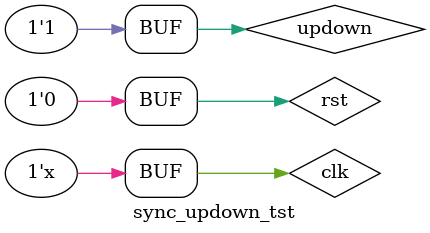
<source format=v>
`timescale 1ns / 1ps


module sync_updown_tst;

	// Inputs
	reg clk;
	reg rst;
	reg updown;

	// Outputs
	wire [2:0] q;

	// Instantiate the Unit Under Test (UUT)
	sync_updown uut (
		.clk(clk), 
		.rst(rst), 
		.updown(updown), 
		.q(q)
	);

	initial begin
		// Initialize Inputs
		clk = 0;
		rst =1;
		updown = 0;

		// Wait 100 ns for global reset to finish
		#10;
        
		// Add stimulus here
		rst=0; updown=0;
		#100;
		updown=1;

	end
     always #5 clk=~clk; 
endmodule


</source>
